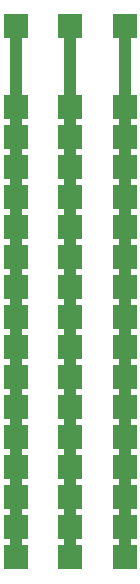
<source format=gbr>
%TF.GenerationSoftware,KiCad,Pcbnew,7.0.10*%
%TF.CreationDate,2024-03-18T20:08:07-06:00*%
%TF.ProjectId,Power_Breakout,506f7765-725f-4427-9265-616b6f75742e,rev?*%
%TF.SameCoordinates,Original*%
%TF.FileFunction,Copper,L1,Top*%
%TF.FilePolarity,Positive*%
%FSLAX46Y46*%
G04 Gerber Fmt 4.6, Leading zero omitted, Abs format (unit mm)*
G04 Created by KiCad (PCBNEW 7.0.10) date 2024-03-18 20:08:07*
%MOMM*%
%LPD*%
G01*
G04 APERTURE LIST*
%TA.AperFunction,ComponentPad*%
%ADD10R,2.140000X2.140000*%
%TD*%
%TA.AperFunction,Conductor*%
%ADD11C,1.000000*%
%TD*%
G04 APERTURE END LIST*
D10*
%TO.P,J6,1,Pin_1*%
%TO.N,/-12V*%
X12502000Y-9652000D03*
%TO.P,J6,2,Pin_2*%
X12502000Y-12192000D03*
%TO.P,J6,3,Pin_3*%
X12502000Y-14732000D03*
%TO.P,J6,4,Pin_4*%
X12502000Y-17272000D03*
%TO.P,J6,5,Pin_5*%
X12502000Y-19812000D03*
%TO.P,J6,6,Pin_6*%
X12502000Y-22352000D03*
%TO.P,J6,7,Pin_7*%
X12502000Y-24892000D03*
%TO.P,J6,8,Pin_8*%
X12502000Y-27432000D03*
%TO.P,J6,9,Pin_9*%
X12502000Y-29972000D03*
%TO.P,J6,10,Pin_10*%
X12502000Y-32512000D03*
%TO.P,J6,11,Pin_11*%
X12502000Y-35052000D03*
%TO.P,J6,12,Pin_12*%
X12502000Y-37592000D03*
%TO.P,J6,13,Pin_13*%
X12502000Y-40132000D03*
%TO.P,J6,14,Pin_14*%
X12502000Y-42672000D03*
%TO.P,J6,15,Pin_15*%
X12502000Y-45212000D03*
%TO.P,J6,16,Pin_16*%
X12502000Y-47752000D03*
%TD*%
%TO.P,J5,1,Pin_1*%
%TO.N,GND*%
X7902000Y-9652000D03*
%TO.P,J5,2,Pin_2*%
X7902000Y-12192000D03*
%TO.P,J5,3,Pin_3*%
X7902000Y-14732000D03*
%TO.P,J5,4,Pin_4*%
X7902000Y-17272000D03*
%TO.P,J5,5,Pin_5*%
X7902000Y-19812000D03*
%TO.P,J5,6,Pin_6*%
X7902000Y-22352000D03*
%TO.P,J5,7,Pin_7*%
X7902000Y-24892000D03*
%TO.P,J5,8,Pin_8*%
X7902000Y-27432000D03*
%TO.P,J5,9,Pin_9*%
X7902000Y-29972000D03*
%TO.P,J5,10,Pin_10*%
X7902000Y-32512000D03*
%TO.P,J5,11,Pin_11*%
X7902000Y-35052000D03*
%TO.P,J5,12,Pin_12*%
X7902000Y-37592000D03*
%TO.P,J5,13,Pin_13*%
X7902000Y-40132000D03*
%TO.P,J5,14,Pin_14*%
X7902000Y-42672000D03*
%TO.P,J5,15,Pin_15*%
X7902000Y-45212000D03*
%TO.P,J5,16,Pin_16*%
X7902000Y-47752000D03*
%TD*%
%TO.P,J4,1,Pin_1*%
%TO.N,/+12V*%
X3302000Y-9652000D03*
%TO.P,J4,2,Pin_2*%
X3302000Y-12192000D03*
%TO.P,J4,3,Pin_3*%
X3302000Y-14732000D03*
%TO.P,J4,4,Pin_4*%
X3302000Y-17272000D03*
%TO.P,J4,5,Pin_5*%
X3302000Y-19812000D03*
%TO.P,J4,6,Pin_6*%
X3302000Y-22352000D03*
%TO.P,J4,7,Pin_7*%
X3302000Y-24892000D03*
%TO.P,J4,8,Pin_8*%
X3302000Y-27432000D03*
%TO.P,J4,9,Pin_9*%
X3302000Y-29972000D03*
%TO.P,J4,10,Pin_10*%
X3302000Y-32512000D03*
%TO.P,J4,11,Pin_11*%
X3302000Y-35052000D03*
%TO.P,J4,12,Pin_12*%
X3302000Y-37592000D03*
%TO.P,J4,13,Pin_13*%
X3302000Y-40132000D03*
%TO.P,J4,14,Pin_14*%
X3302000Y-42672000D03*
%TO.P,J4,15,Pin_15*%
X3302000Y-45212000D03*
%TO.P,J4,16,Pin_16*%
X3302000Y-47752000D03*
%TD*%
%TO.P,J3,1,Pin_1*%
%TO.N,/-12V*%
X12502000Y-2794000D03*
%TD*%
%TO.P,J2,1,Pin_1*%
%TO.N,GND*%
X7902000Y-2794000D03*
%TD*%
%TO.P,J1,1,Pin_1*%
%TO.N,/+12V*%
X3302000Y-2794000D03*
%TD*%
D11*
%TO.N,/+12V*%
X3302000Y-40132000D02*
X3302000Y-42672000D01*
X3302000Y-35052000D02*
X3302000Y-37592000D01*
X3302000Y-29972000D02*
X3302000Y-32512000D01*
X3302000Y-24892000D02*
X3302000Y-27432000D01*
%TO.N,/-12V*%
X12502000Y-45212000D02*
X12502000Y-47752000D01*
X12502000Y-42672000D02*
X12502000Y-45212000D01*
X12502000Y-40132000D02*
X12502000Y-42672000D01*
X12502000Y-37592000D02*
X12502000Y-40132000D01*
X12502000Y-35052000D02*
X12502000Y-37592000D01*
X12502000Y-32512000D02*
X12502000Y-35052000D01*
X12502000Y-29972000D02*
X12502000Y-32512000D01*
X12502000Y-27432000D02*
X12502000Y-29972000D01*
X12502000Y-24892000D02*
X12502000Y-27432000D01*
X12502000Y-22352000D02*
X12502000Y-24892000D01*
X12502000Y-19812000D02*
X12502000Y-22352000D01*
X12502000Y-17272000D02*
X12502000Y-19812000D01*
X12502000Y-14732000D02*
X12502000Y-17272000D01*
X12502000Y-12192000D02*
X12502000Y-14732000D01*
X12502000Y-9652000D02*
X12502000Y-12192000D01*
X12502000Y-2794000D02*
X12502000Y-9652000D01*
%TO.N,GND*%
X7902000Y-45212000D02*
X7902000Y-47752000D01*
X7902000Y-42672000D02*
X7902000Y-45212000D01*
X7902000Y-40132000D02*
X7902000Y-42672000D01*
X7902000Y-37592000D02*
X7902000Y-40132000D01*
X7902000Y-35052000D02*
X7902000Y-37592000D01*
X7902000Y-32512000D02*
X7902000Y-35052000D01*
X7902000Y-29972000D02*
X7902000Y-32512000D01*
X7902000Y-27432000D02*
X7902000Y-29972000D01*
X7902000Y-24892000D02*
X7902000Y-27432000D01*
X7902000Y-22352000D02*
X7902000Y-24892000D01*
X7902000Y-19812000D02*
X7902000Y-22352000D01*
X7902000Y-17272000D02*
X7902000Y-19812000D01*
X7902000Y-14732000D02*
X7902000Y-17272000D01*
X7902000Y-12192000D02*
X7902000Y-14732000D01*
X7902000Y-9652000D02*
X7902000Y-12192000D01*
X7902000Y-2794000D02*
X7902000Y-9652000D01*
%TO.N,/+12V*%
X3302000Y-45212000D02*
X3302000Y-47752000D01*
X3302000Y-42672000D02*
X3302000Y-45212000D01*
X3302000Y-37592000D02*
X3302000Y-40132000D01*
X3302000Y-32512000D02*
X3302000Y-35052000D01*
X3302000Y-27432000D02*
X3302000Y-29972000D01*
X3302000Y-22352000D02*
X3302000Y-24892000D01*
X3302000Y-19812000D02*
X3302000Y-22352000D01*
X3302000Y-17272000D02*
X3302000Y-19812000D01*
X3302000Y-14732000D02*
X3302000Y-12192000D01*
X3302000Y-14732000D02*
X3302000Y-17272000D01*
X3302000Y-12192000D02*
X3302000Y-9652000D01*
X3302000Y-2794000D02*
X3302000Y-9652000D01*
%TD*%
M02*

</source>
